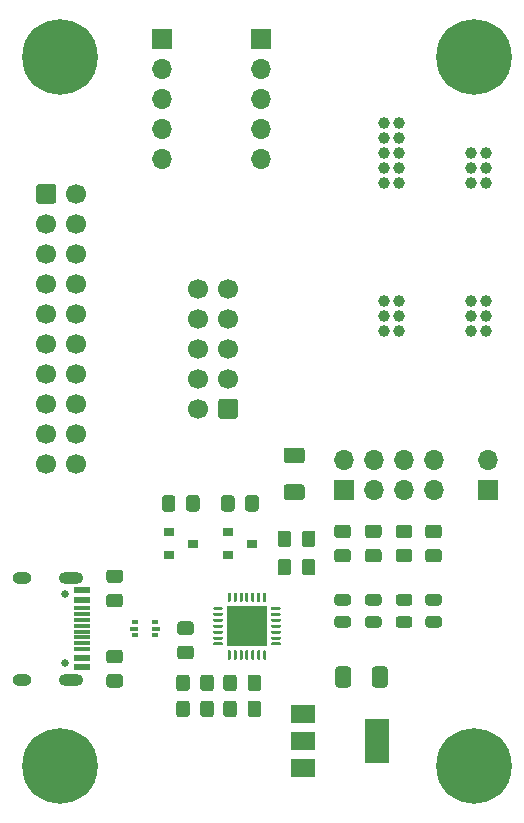
<source format=gts>
G04 #@! TF.GenerationSoftware,KiCad,Pcbnew,(5.1.10)-1*
G04 #@! TF.CreationDate,2021-10-05T03:14:11+03:00*
G04 #@! TF.ProjectId,programming_board,70726f67-7261-46d6-9d69-6e675f626f61,rev?*
G04 #@! TF.SameCoordinates,Original*
G04 #@! TF.FileFunction,Soldermask,Top*
G04 #@! TF.FilePolarity,Negative*
%FSLAX46Y46*%
G04 Gerber Fmt 4.6, Leading zero omitted, Abs format (unit mm)*
G04 Created by KiCad (PCBNEW (5.1.10)-1) date 2021-10-05 03:14:11*
%MOMM*%
%LPD*%
G01*
G04 APERTURE LIST*
%ADD10C,1.000000*%
%ADD11C,1.700000*%
%ADD12R,3.350000X3.350000*%
%ADD13O,1.700000X1.700000*%
%ADD14R,1.700000X1.700000*%
%ADD15R,0.500000X0.375000*%
%ADD16R,0.650000X0.300000*%
%ADD17R,2.000000X1.500000*%
%ADD18R,2.000000X3.800000*%
%ADD19R,0.900000X0.800000*%
%ADD20R,1.450000X0.600000*%
%ADD21R,1.450000X0.300000*%
%ADD22O,2.100000X1.000000*%
%ADD23C,0.650000*%
%ADD24O,1.600000X1.000000*%
%ADD25C,0.800000*%
%ADD26C,6.400000*%
G04 APERTURE END LIST*
D10*
X189400000Y-68660000D03*
X190670000Y-68660000D03*
X189400000Y-69930000D03*
X190670000Y-69930000D03*
X189400000Y-71200000D03*
X190670000Y-71200000D03*
X189400000Y-53620000D03*
X190670000Y-53620000D03*
X189400000Y-54890000D03*
X190670000Y-54890000D03*
X189400000Y-56160000D03*
X190670000Y-56160000D03*
X189400000Y-57430000D03*
X190670000Y-57430000D03*
X189400000Y-58700000D03*
X190670000Y-58700000D03*
X196800000Y-56160000D03*
X198070000Y-56160000D03*
X196800000Y-57430000D03*
X198070000Y-57430000D03*
X196800000Y-58700000D03*
X198070000Y-58700000D03*
D11*
X163340000Y-82460000D03*
X163340000Y-79920000D03*
X163340000Y-77380000D03*
X163340000Y-74840000D03*
X163340000Y-72300000D03*
X163340000Y-69760000D03*
X163340000Y-67220000D03*
X163340000Y-64680000D03*
X163340000Y-62140000D03*
X163340000Y-59600000D03*
X160800000Y-82460000D03*
X160800000Y-79920000D03*
X160800000Y-77380000D03*
X160800000Y-74840000D03*
X160800000Y-72300000D03*
X160800000Y-69760000D03*
X160800000Y-67220000D03*
X160800000Y-64680000D03*
X160800000Y-62140000D03*
G36*
G01*
X159950000Y-60200000D02*
X159950000Y-59000000D01*
G75*
G02*
X160200000Y-58750000I250000J0D01*
G01*
X161400000Y-58750000D01*
G75*
G02*
X161650000Y-59000000I0J-250000D01*
G01*
X161650000Y-60200000D01*
G75*
G02*
X161400000Y-60450000I-250000J0D01*
G01*
X160200000Y-60450000D01*
G75*
G02*
X159950000Y-60200000I0J250000D01*
G01*
G37*
D10*
X196800000Y-68660000D03*
X198070000Y-68660000D03*
X196800000Y-69930000D03*
X198070000Y-69930000D03*
X196800000Y-71200000D03*
X198070000Y-71200000D03*
D12*
X177800000Y-96200000D03*
G36*
G01*
X176175000Y-94087500D02*
X176175000Y-93412500D01*
G75*
G02*
X176237500Y-93350000I62500J0D01*
G01*
X176362500Y-93350000D01*
G75*
G02*
X176425000Y-93412500I0J-62500D01*
G01*
X176425000Y-94087500D01*
G75*
G02*
X176362500Y-94150000I-62500J0D01*
G01*
X176237500Y-94150000D01*
G75*
G02*
X176175000Y-94087500I0J62500D01*
G01*
G37*
G36*
G01*
X176675000Y-94087500D02*
X176675000Y-93412500D01*
G75*
G02*
X176737500Y-93350000I62500J0D01*
G01*
X176862500Y-93350000D01*
G75*
G02*
X176925000Y-93412500I0J-62500D01*
G01*
X176925000Y-94087500D01*
G75*
G02*
X176862500Y-94150000I-62500J0D01*
G01*
X176737500Y-94150000D01*
G75*
G02*
X176675000Y-94087500I0J62500D01*
G01*
G37*
G36*
G01*
X177175000Y-94087500D02*
X177175000Y-93412500D01*
G75*
G02*
X177237500Y-93350000I62500J0D01*
G01*
X177362500Y-93350000D01*
G75*
G02*
X177425000Y-93412500I0J-62500D01*
G01*
X177425000Y-94087500D01*
G75*
G02*
X177362500Y-94150000I-62500J0D01*
G01*
X177237500Y-94150000D01*
G75*
G02*
X177175000Y-94087500I0J62500D01*
G01*
G37*
G36*
G01*
X177675000Y-94087500D02*
X177675000Y-93412500D01*
G75*
G02*
X177737500Y-93350000I62500J0D01*
G01*
X177862500Y-93350000D01*
G75*
G02*
X177925000Y-93412500I0J-62500D01*
G01*
X177925000Y-94087500D01*
G75*
G02*
X177862500Y-94150000I-62500J0D01*
G01*
X177737500Y-94150000D01*
G75*
G02*
X177675000Y-94087500I0J62500D01*
G01*
G37*
G36*
G01*
X178175000Y-94087500D02*
X178175000Y-93412500D01*
G75*
G02*
X178237500Y-93350000I62500J0D01*
G01*
X178362500Y-93350000D01*
G75*
G02*
X178425000Y-93412500I0J-62500D01*
G01*
X178425000Y-94087500D01*
G75*
G02*
X178362500Y-94150000I-62500J0D01*
G01*
X178237500Y-94150000D01*
G75*
G02*
X178175000Y-94087500I0J62500D01*
G01*
G37*
G36*
G01*
X178675000Y-94087500D02*
X178675000Y-93412500D01*
G75*
G02*
X178737500Y-93350000I62500J0D01*
G01*
X178862500Y-93350000D01*
G75*
G02*
X178925000Y-93412500I0J-62500D01*
G01*
X178925000Y-94087500D01*
G75*
G02*
X178862500Y-94150000I-62500J0D01*
G01*
X178737500Y-94150000D01*
G75*
G02*
X178675000Y-94087500I0J62500D01*
G01*
G37*
G36*
G01*
X179175000Y-94087500D02*
X179175000Y-93412500D01*
G75*
G02*
X179237500Y-93350000I62500J0D01*
G01*
X179362500Y-93350000D01*
G75*
G02*
X179425000Y-93412500I0J-62500D01*
G01*
X179425000Y-94087500D01*
G75*
G02*
X179362500Y-94150000I-62500J0D01*
G01*
X179237500Y-94150000D01*
G75*
G02*
X179175000Y-94087500I0J62500D01*
G01*
G37*
G36*
G01*
X179850000Y-94762500D02*
X179850000Y-94637500D01*
G75*
G02*
X179912500Y-94575000I62500J0D01*
G01*
X180587500Y-94575000D01*
G75*
G02*
X180650000Y-94637500I0J-62500D01*
G01*
X180650000Y-94762500D01*
G75*
G02*
X180587500Y-94825000I-62500J0D01*
G01*
X179912500Y-94825000D01*
G75*
G02*
X179850000Y-94762500I0J62500D01*
G01*
G37*
G36*
G01*
X179850000Y-95262500D02*
X179850000Y-95137500D01*
G75*
G02*
X179912500Y-95075000I62500J0D01*
G01*
X180587500Y-95075000D01*
G75*
G02*
X180650000Y-95137500I0J-62500D01*
G01*
X180650000Y-95262500D01*
G75*
G02*
X180587500Y-95325000I-62500J0D01*
G01*
X179912500Y-95325000D01*
G75*
G02*
X179850000Y-95262500I0J62500D01*
G01*
G37*
G36*
G01*
X179850000Y-95762500D02*
X179850000Y-95637500D01*
G75*
G02*
X179912500Y-95575000I62500J0D01*
G01*
X180587500Y-95575000D01*
G75*
G02*
X180650000Y-95637500I0J-62500D01*
G01*
X180650000Y-95762500D01*
G75*
G02*
X180587500Y-95825000I-62500J0D01*
G01*
X179912500Y-95825000D01*
G75*
G02*
X179850000Y-95762500I0J62500D01*
G01*
G37*
G36*
G01*
X179850000Y-96262500D02*
X179850000Y-96137500D01*
G75*
G02*
X179912500Y-96075000I62500J0D01*
G01*
X180587500Y-96075000D01*
G75*
G02*
X180650000Y-96137500I0J-62500D01*
G01*
X180650000Y-96262500D01*
G75*
G02*
X180587500Y-96325000I-62500J0D01*
G01*
X179912500Y-96325000D01*
G75*
G02*
X179850000Y-96262500I0J62500D01*
G01*
G37*
G36*
G01*
X179850000Y-96762500D02*
X179850000Y-96637500D01*
G75*
G02*
X179912500Y-96575000I62500J0D01*
G01*
X180587500Y-96575000D01*
G75*
G02*
X180650000Y-96637500I0J-62500D01*
G01*
X180650000Y-96762500D01*
G75*
G02*
X180587500Y-96825000I-62500J0D01*
G01*
X179912500Y-96825000D01*
G75*
G02*
X179850000Y-96762500I0J62500D01*
G01*
G37*
G36*
G01*
X179850000Y-97262500D02*
X179850000Y-97137500D01*
G75*
G02*
X179912500Y-97075000I62500J0D01*
G01*
X180587500Y-97075000D01*
G75*
G02*
X180650000Y-97137500I0J-62500D01*
G01*
X180650000Y-97262500D01*
G75*
G02*
X180587500Y-97325000I-62500J0D01*
G01*
X179912500Y-97325000D01*
G75*
G02*
X179850000Y-97262500I0J62500D01*
G01*
G37*
G36*
G01*
X179850000Y-97762500D02*
X179850000Y-97637500D01*
G75*
G02*
X179912500Y-97575000I62500J0D01*
G01*
X180587500Y-97575000D01*
G75*
G02*
X180650000Y-97637500I0J-62500D01*
G01*
X180650000Y-97762500D01*
G75*
G02*
X180587500Y-97825000I-62500J0D01*
G01*
X179912500Y-97825000D01*
G75*
G02*
X179850000Y-97762500I0J62500D01*
G01*
G37*
G36*
G01*
X179175000Y-98987500D02*
X179175000Y-98312500D01*
G75*
G02*
X179237500Y-98250000I62500J0D01*
G01*
X179362500Y-98250000D01*
G75*
G02*
X179425000Y-98312500I0J-62500D01*
G01*
X179425000Y-98987500D01*
G75*
G02*
X179362500Y-99050000I-62500J0D01*
G01*
X179237500Y-99050000D01*
G75*
G02*
X179175000Y-98987500I0J62500D01*
G01*
G37*
G36*
G01*
X178675000Y-98987500D02*
X178675000Y-98312500D01*
G75*
G02*
X178737500Y-98250000I62500J0D01*
G01*
X178862500Y-98250000D01*
G75*
G02*
X178925000Y-98312500I0J-62500D01*
G01*
X178925000Y-98987500D01*
G75*
G02*
X178862500Y-99050000I-62500J0D01*
G01*
X178737500Y-99050000D01*
G75*
G02*
X178675000Y-98987500I0J62500D01*
G01*
G37*
G36*
G01*
X178175000Y-98987500D02*
X178175000Y-98312500D01*
G75*
G02*
X178237500Y-98250000I62500J0D01*
G01*
X178362500Y-98250000D01*
G75*
G02*
X178425000Y-98312500I0J-62500D01*
G01*
X178425000Y-98987500D01*
G75*
G02*
X178362500Y-99050000I-62500J0D01*
G01*
X178237500Y-99050000D01*
G75*
G02*
X178175000Y-98987500I0J62500D01*
G01*
G37*
G36*
G01*
X177675000Y-98987500D02*
X177675000Y-98312500D01*
G75*
G02*
X177737500Y-98250000I62500J0D01*
G01*
X177862500Y-98250000D01*
G75*
G02*
X177925000Y-98312500I0J-62500D01*
G01*
X177925000Y-98987500D01*
G75*
G02*
X177862500Y-99050000I-62500J0D01*
G01*
X177737500Y-99050000D01*
G75*
G02*
X177675000Y-98987500I0J62500D01*
G01*
G37*
G36*
G01*
X177175000Y-98987500D02*
X177175000Y-98312500D01*
G75*
G02*
X177237500Y-98250000I62500J0D01*
G01*
X177362500Y-98250000D01*
G75*
G02*
X177425000Y-98312500I0J-62500D01*
G01*
X177425000Y-98987500D01*
G75*
G02*
X177362500Y-99050000I-62500J0D01*
G01*
X177237500Y-99050000D01*
G75*
G02*
X177175000Y-98987500I0J62500D01*
G01*
G37*
G36*
G01*
X176675000Y-98987500D02*
X176675000Y-98312500D01*
G75*
G02*
X176737500Y-98250000I62500J0D01*
G01*
X176862500Y-98250000D01*
G75*
G02*
X176925000Y-98312500I0J-62500D01*
G01*
X176925000Y-98987500D01*
G75*
G02*
X176862500Y-99050000I-62500J0D01*
G01*
X176737500Y-99050000D01*
G75*
G02*
X176675000Y-98987500I0J62500D01*
G01*
G37*
G36*
G01*
X176175000Y-98987500D02*
X176175000Y-98312500D01*
G75*
G02*
X176237500Y-98250000I62500J0D01*
G01*
X176362500Y-98250000D01*
G75*
G02*
X176425000Y-98312500I0J-62500D01*
G01*
X176425000Y-98987500D01*
G75*
G02*
X176362500Y-99050000I-62500J0D01*
G01*
X176237500Y-99050000D01*
G75*
G02*
X176175000Y-98987500I0J62500D01*
G01*
G37*
G36*
G01*
X174950000Y-97762500D02*
X174950000Y-97637500D01*
G75*
G02*
X175012500Y-97575000I62500J0D01*
G01*
X175687500Y-97575000D01*
G75*
G02*
X175750000Y-97637500I0J-62500D01*
G01*
X175750000Y-97762500D01*
G75*
G02*
X175687500Y-97825000I-62500J0D01*
G01*
X175012500Y-97825000D01*
G75*
G02*
X174950000Y-97762500I0J62500D01*
G01*
G37*
G36*
G01*
X174950000Y-97262500D02*
X174950000Y-97137500D01*
G75*
G02*
X175012500Y-97075000I62500J0D01*
G01*
X175687500Y-97075000D01*
G75*
G02*
X175750000Y-97137500I0J-62500D01*
G01*
X175750000Y-97262500D01*
G75*
G02*
X175687500Y-97325000I-62500J0D01*
G01*
X175012500Y-97325000D01*
G75*
G02*
X174950000Y-97262500I0J62500D01*
G01*
G37*
G36*
G01*
X174950000Y-96762500D02*
X174950000Y-96637500D01*
G75*
G02*
X175012500Y-96575000I62500J0D01*
G01*
X175687500Y-96575000D01*
G75*
G02*
X175750000Y-96637500I0J-62500D01*
G01*
X175750000Y-96762500D01*
G75*
G02*
X175687500Y-96825000I-62500J0D01*
G01*
X175012500Y-96825000D01*
G75*
G02*
X174950000Y-96762500I0J62500D01*
G01*
G37*
G36*
G01*
X174950000Y-96262500D02*
X174950000Y-96137500D01*
G75*
G02*
X175012500Y-96075000I62500J0D01*
G01*
X175687500Y-96075000D01*
G75*
G02*
X175750000Y-96137500I0J-62500D01*
G01*
X175750000Y-96262500D01*
G75*
G02*
X175687500Y-96325000I-62500J0D01*
G01*
X175012500Y-96325000D01*
G75*
G02*
X174950000Y-96262500I0J62500D01*
G01*
G37*
G36*
G01*
X174950000Y-95762500D02*
X174950000Y-95637500D01*
G75*
G02*
X175012500Y-95575000I62500J0D01*
G01*
X175687500Y-95575000D01*
G75*
G02*
X175750000Y-95637500I0J-62500D01*
G01*
X175750000Y-95762500D01*
G75*
G02*
X175687500Y-95825000I-62500J0D01*
G01*
X175012500Y-95825000D01*
G75*
G02*
X174950000Y-95762500I0J62500D01*
G01*
G37*
G36*
G01*
X174950000Y-95262500D02*
X174950000Y-95137500D01*
G75*
G02*
X175012500Y-95075000I62500J0D01*
G01*
X175687500Y-95075000D01*
G75*
G02*
X175750000Y-95137500I0J-62500D01*
G01*
X175750000Y-95262500D01*
G75*
G02*
X175687500Y-95325000I-62500J0D01*
G01*
X175012500Y-95325000D01*
G75*
G02*
X174950000Y-95262500I0J62500D01*
G01*
G37*
G36*
G01*
X174950000Y-94762500D02*
X174950000Y-94637500D01*
G75*
G02*
X175012500Y-94575000I62500J0D01*
G01*
X175687500Y-94575000D01*
G75*
G02*
X175750000Y-94637500I0J-62500D01*
G01*
X175750000Y-94762500D01*
G75*
G02*
X175687500Y-94825000I-62500J0D01*
G01*
X175012500Y-94825000D01*
G75*
G02*
X174950000Y-94762500I0J62500D01*
G01*
G37*
D13*
X198200000Y-82100000D03*
D14*
X198200000Y-84640000D03*
D15*
X170050000Y-95862500D03*
X170050000Y-96937500D03*
D16*
X168275000Y-96400000D03*
X170125000Y-96400000D03*
D15*
X168350000Y-96937500D03*
X168350000Y-95862500D03*
D17*
X182550000Y-103600000D03*
X182550000Y-108200000D03*
X182550000Y-105900000D03*
D18*
X188850000Y-105900000D03*
G36*
G01*
X167050001Y-99350000D02*
X166149999Y-99350000D01*
G75*
G02*
X165900000Y-99100001I0J249999D01*
G01*
X165900000Y-98449999D01*
G75*
G02*
X166149999Y-98200000I249999J0D01*
G01*
X167050001Y-98200000D01*
G75*
G02*
X167300000Y-98449999I0J-249999D01*
G01*
X167300000Y-99100001D01*
G75*
G02*
X167050001Y-99350000I-249999J0D01*
G01*
G37*
G36*
G01*
X167050001Y-101400000D02*
X166149999Y-101400000D01*
G75*
G02*
X165900000Y-101150001I0J249999D01*
G01*
X165900000Y-100499999D01*
G75*
G02*
X166149999Y-100250000I249999J0D01*
G01*
X167050001Y-100250000D01*
G75*
G02*
X167300000Y-100499999I0J-249999D01*
G01*
X167300000Y-101150001D01*
G75*
G02*
X167050001Y-101400000I-249999J0D01*
G01*
G37*
G36*
G01*
X172650000Y-86250001D02*
X172650000Y-85349999D01*
G75*
G02*
X172899999Y-85100000I249999J0D01*
G01*
X173550001Y-85100000D01*
G75*
G02*
X173800000Y-85349999I0J-249999D01*
G01*
X173800000Y-86250001D01*
G75*
G02*
X173550001Y-86500000I-249999J0D01*
G01*
X172899999Y-86500000D01*
G75*
G02*
X172650000Y-86250001I0J249999D01*
G01*
G37*
G36*
G01*
X170600000Y-86250001D02*
X170600000Y-85349999D01*
G75*
G02*
X170849999Y-85100000I249999J0D01*
G01*
X171500001Y-85100000D01*
G75*
G02*
X171750000Y-85349999I0J-249999D01*
G01*
X171750000Y-86250001D01*
G75*
G02*
X171500001Y-86500000I-249999J0D01*
G01*
X170849999Y-86500000D01*
G75*
G02*
X170600000Y-86250001I0J249999D01*
G01*
G37*
G36*
G01*
X166149999Y-93450000D02*
X167050001Y-93450000D01*
G75*
G02*
X167300000Y-93699999I0J-249999D01*
G01*
X167300000Y-94350001D01*
G75*
G02*
X167050001Y-94600000I-249999J0D01*
G01*
X166149999Y-94600000D01*
G75*
G02*
X165900000Y-94350001I0J249999D01*
G01*
X165900000Y-93699999D01*
G75*
G02*
X166149999Y-93450000I249999J0D01*
G01*
G37*
G36*
G01*
X166149999Y-91400000D02*
X167050001Y-91400000D01*
G75*
G02*
X167300000Y-91649999I0J-249999D01*
G01*
X167300000Y-92300001D01*
G75*
G02*
X167050001Y-92550000I-249999J0D01*
G01*
X166149999Y-92550000D01*
G75*
G02*
X165900000Y-92300001I0J249999D01*
G01*
X165900000Y-91649999D01*
G75*
G02*
X166149999Y-91400000I249999J0D01*
G01*
G37*
G36*
G01*
X177650000Y-86250001D02*
X177650000Y-85349999D01*
G75*
G02*
X177899999Y-85100000I249999J0D01*
G01*
X178550001Y-85100000D01*
G75*
G02*
X178800000Y-85349999I0J-249999D01*
G01*
X178800000Y-86250001D01*
G75*
G02*
X178550001Y-86500000I-249999J0D01*
G01*
X177899999Y-86500000D01*
G75*
G02*
X177650000Y-86250001I0J249999D01*
G01*
G37*
G36*
G01*
X175600000Y-86250001D02*
X175600000Y-85349999D01*
G75*
G02*
X175849999Y-85100000I249999J0D01*
G01*
X176500001Y-85100000D01*
G75*
G02*
X176750000Y-85349999I0J-249999D01*
G01*
X176750000Y-86250001D01*
G75*
G02*
X176500001Y-86500000I-249999J0D01*
G01*
X175849999Y-86500000D01*
G75*
G02*
X175600000Y-86250001I0J249999D01*
G01*
G37*
G36*
G01*
X176950000Y-100549999D02*
X176950000Y-101450001D01*
G75*
G02*
X176700001Y-101700000I-249999J0D01*
G01*
X176049999Y-101700000D01*
G75*
G02*
X175800000Y-101450001I0J249999D01*
G01*
X175800000Y-100549999D01*
G75*
G02*
X176049999Y-100300000I249999J0D01*
G01*
X176700001Y-100300000D01*
G75*
G02*
X176950000Y-100549999I0J-249999D01*
G01*
G37*
G36*
G01*
X179000000Y-100549999D02*
X179000000Y-101450001D01*
G75*
G02*
X178750001Y-101700000I-249999J0D01*
G01*
X178099999Y-101700000D01*
G75*
G02*
X177850000Y-101450001I0J249999D01*
G01*
X177850000Y-100549999D01*
G75*
G02*
X178099999Y-100300000I249999J0D01*
G01*
X178750001Y-100300000D01*
G75*
G02*
X179000000Y-100549999I0J-249999D01*
G01*
G37*
G36*
G01*
X182450000Y-91650001D02*
X182450000Y-90749999D01*
G75*
G02*
X182699999Y-90500000I249999J0D01*
G01*
X183350001Y-90500000D01*
G75*
G02*
X183600000Y-90749999I0J-249999D01*
G01*
X183600000Y-91650001D01*
G75*
G02*
X183350001Y-91900000I-249999J0D01*
G01*
X182699999Y-91900000D01*
G75*
G02*
X182450000Y-91650001I0J249999D01*
G01*
G37*
G36*
G01*
X180400000Y-91650001D02*
X180400000Y-90749999D01*
G75*
G02*
X180649999Y-90500000I249999J0D01*
G01*
X181300001Y-90500000D01*
G75*
G02*
X181550000Y-90749999I0J-249999D01*
G01*
X181550000Y-91650001D01*
G75*
G02*
X181300001Y-91900000I-249999J0D01*
G01*
X180649999Y-91900000D01*
G75*
G02*
X180400000Y-91650001I0J249999D01*
G01*
G37*
G36*
G01*
X177850000Y-103650001D02*
X177850000Y-102749999D01*
G75*
G02*
X178099999Y-102500000I249999J0D01*
G01*
X178750001Y-102500000D01*
G75*
G02*
X179000000Y-102749999I0J-249999D01*
G01*
X179000000Y-103650001D01*
G75*
G02*
X178750001Y-103900000I-249999J0D01*
G01*
X178099999Y-103900000D01*
G75*
G02*
X177850000Y-103650001I0J249999D01*
G01*
G37*
G36*
G01*
X175800000Y-103650001D02*
X175800000Y-102749999D01*
G75*
G02*
X176049999Y-102500000I249999J0D01*
G01*
X176700001Y-102500000D01*
G75*
G02*
X176950000Y-102749999I0J-249999D01*
G01*
X176950000Y-103650001D01*
G75*
G02*
X176700001Y-103900000I-249999J0D01*
G01*
X176049999Y-103900000D01*
G75*
G02*
X175800000Y-103650001I0J249999D01*
G01*
G37*
G36*
G01*
X193149999Y-89650000D02*
X194050001Y-89650000D01*
G75*
G02*
X194300000Y-89899999I0J-249999D01*
G01*
X194300000Y-90550001D01*
G75*
G02*
X194050001Y-90800000I-249999J0D01*
G01*
X193149999Y-90800000D01*
G75*
G02*
X192900000Y-90550001I0J249999D01*
G01*
X192900000Y-89899999D01*
G75*
G02*
X193149999Y-89650000I249999J0D01*
G01*
G37*
G36*
G01*
X193149999Y-87600000D02*
X194050001Y-87600000D01*
G75*
G02*
X194300000Y-87849999I0J-249999D01*
G01*
X194300000Y-88500001D01*
G75*
G02*
X194050001Y-88750000I-249999J0D01*
G01*
X193149999Y-88750000D01*
G75*
G02*
X192900000Y-88500001I0J249999D01*
G01*
X192900000Y-87849999D01*
G75*
G02*
X193149999Y-87600000I249999J0D01*
G01*
G37*
G36*
G01*
X190649999Y-89650000D02*
X191550001Y-89650000D01*
G75*
G02*
X191800000Y-89899999I0J-249999D01*
G01*
X191800000Y-90550001D01*
G75*
G02*
X191550001Y-90800000I-249999J0D01*
G01*
X190649999Y-90800000D01*
G75*
G02*
X190400000Y-90550001I0J249999D01*
G01*
X190400000Y-89899999D01*
G75*
G02*
X190649999Y-89650000I249999J0D01*
G01*
G37*
G36*
G01*
X190649999Y-87600000D02*
X191550001Y-87600000D01*
G75*
G02*
X191800000Y-87849999I0J-249999D01*
G01*
X191800000Y-88500001D01*
G75*
G02*
X191550001Y-88750000I-249999J0D01*
G01*
X190649999Y-88750000D01*
G75*
G02*
X190400000Y-88500001I0J249999D01*
G01*
X190400000Y-87849999D01*
G75*
G02*
X190649999Y-87600000I249999J0D01*
G01*
G37*
G36*
G01*
X188049999Y-89650000D02*
X188950001Y-89650000D01*
G75*
G02*
X189200000Y-89899999I0J-249999D01*
G01*
X189200000Y-90550001D01*
G75*
G02*
X188950001Y-90800000I-249999J0D01*
G01*
X188049999Y-90800000D01*
G75*
G02*
X187800000Y-90550001I0J249999D01*
G01*
X187800000Y-89899999D01*
G75*
G02*
X188049999Y-89650000I249999J0D01*
G01*
G37*
G36*
G01*
X188049999Y-87600000D02*
X188950001Y-87600000D01*
G75*
G02*
X189200000Y-87849999I0J-249999D01*
G01*
X189200000Y-88500001D01*
G75*
G02*
X188950001Y-88750000I-249999J0D01*
G01*
X188049999Y-88750000D01*
G75*
G02*
X187800000Y-88500001I0J249999D01*
G01*
X187800000Y-87849999D01*
G75*
G02*
X188049999Y-87600000I249999J0D01*
G01*
G37*
G36*
G01*
X185449999Y-89650000D02*
X186350001Y-89650000D01*
G75*
G02*
X186600000Y-89899999I0J-249999D01*
G01*
X186600000Y-90550001D01*
G75*
G02*
X186350001Y-90800000I-249999J0D01*
G01*
X185449999Y-90800000D01*
G75*
G02*
X185200000Y-90550001I0J249999D01*
G01*
X185200000Y-89899999D01*
G75*
G02*
X185449999Y-89650000I249999J0D01*
G01*
G37*
G36*
G01*
X185449999Y-87600000D02*
X186350001Y-87600000D01*
G75*
G02*
X186600000Y-87849999I0J-249999D01*
G01*
X186600000Y-88500001D01*
G75*
G02*
X186350001Y-88750000I-249999J0D01*
G01*
X185449999Y-88750000D01*
G75*
G02*
X185200000Y-88500001I0J249999D01*
G01*
X185200000Y-87849999D01*
G75*
G02*
X185449999Y-87600000I249999J0D01*
G01*
G37*
D19*
X173200000Y-89200000D03*
X171200000Y-90150000D03*
X171200000Y-88250000D03*
X178200000Y-89200000D03*
X176200000Y-90150000D03*
X176200000Y-88250000D03*
D20*
X163845000Y-99650000D03*
X163845000Y-98850000D03*
X163845000Y-93950000D03*
X163845000Y-93150000D03*
X163845000Y-93150000D03*
X163845000Y-93950000D03*
X163845000Y-98850000D03*
X163845000Y-99650000D03*
D21*
X163845000Y-94650000D03*
X163845000Y-95150000D03*
X163845000Y-95650000D03*
X163845000Y-96650000D03*
X163845000Y-97150000D03*
X163845000Y-97650000D03*
X163845000Y-98150000D03*
X163845000Y-96150000D03*
D22*
X162930000Y-100720000D03*
X162930000Y-92080000D03*
D23*
X162400000Y-93510000D03*
D24*
X158750000Y-92080000D03*
D23*
X162400000Y-99290000D03*
D24*
X158750000Y-100720000D03*
D13*
X179000000Y-56660000D03*
X179000000Y-54120000D03*
X179000000Y-51580000D03*
X179000000Y-49040000D03*
D14*
X179000000Y-46500000D03*
D13*
X170600000Y-56660000D03*
X170600000Y-54120000D03*
X170600000Y-51580000D03*
X170600000Y-49040000D03*
D14*
X170600000Y-46500000D03*
D11*
X173660000Y-67640000D03*
X173660000Y-70180000D03*
X173660000Y-72720000D03*
X173660000Y-75260000D03*
X173660000Y-77800000D03*
X176200000Y-67640000D03*
X176200000Y-70180000D03*
X176200000Y-72720000D03*
X176200000Y-75260000D03*
G36*
G01*
X177050000Y-77200000D02*
X177050000Y-78400000D01*
G75*
G02*
X176800000Y-78650000I-250000J0D01*
G01*
X175600000Y-78650000D01*
G75*
G02*
X175350000Y-78400000I0J250000D01*
G01*
X175350000Y-77200000D01*
G75*
G02*
X175600000Y-76950000I250000J0D01*
G01*
X176800000Y-76950000D01*
G75*
G02*
X177050000Y-77200000I0J-250000D01*
G01*
G37*
D13*
X193620000Y-82160000D03*
X193620000Y-84700000D03*
X191080000Y-82160000D03*
X191080000Y-84700000D03*
X188540000Y-82160000D03*
X188540000Y-84700000D03*
X186000000Y-82160000D03*
D14*
X186000000Y-84700000D03*
D25*
X195302944Y-106302944D03*
X194600000Y-108000000D03*
X195302944Y-109697056D03*
X197000000Y-110400000D03*
X198697056Y-109697056D03*
X199400000Y-108000000D03*
X198697056Y-106302944D03*
X197000000Y-105600000D03*
D26*
X197000000Y-108000000D03*
D25*
X198697056Y-46302944D03*
X197000000Y-45600000D03*
X195302944Y-46302944D03*
X194600000Y-48000000D03*
X195302944Y-49697056D03*
X197000000Y-50400000D03*
X198697056Y-49697056D03*
X199400000Y-48000000D03*
D26*
X197000000Y-48000000D03*
D25*
X160302944Y-106302944D03*
X159600000Y-108000000D03*
X160302944Y-109697056D03*
X162000000Y-110400000D03*
X163697056Y-109697056D03*
X164400000Y-108000000D03*
X163697056Y-106302944D03*
X162000000Y-105600000D03*
D26*
X162000000Y-108000000D03*
D25*
X163697056Y-46302944D03*
X162000000Y-45600000D03*
X160302944Y-46302944D03*
X159600000Y-48000000D03*
X160302944Y-49697056D03*
X162000000Y-50400000D03*
X163697056Y-49697056D03*
X164400000Y-48000000D03*
D26*
X162000000Y-48000000D03*
G36*
G01*
X194056250Y-94450000D02*
X193143750Y-94450000D01*
G75*
G02*
X192900000Y-94206250I0J243750D01*
G01*
X192900000Y-93718750D01*
G75*
G02*
X193143750Y-93475000I243750J0D01*
G01*
X194056250Y-93475000D01*
G75*
G02*
X194300000Y-93718750I0J-243750D01*
G01*
X194300000Y-94206250D01*
G75*
G02*
X194056250Y-94450000I-243750J0D01*
G01*
G37*
G36*
G01*
X194056250Y-96325000D02*
X193143750Y-96325000D01*
G75*
G02*
X192900000Y-96081250I0J243750D01*
G01*
X192900000Y-95593750D01*
G75*
G02*
X193143750Y-95350000I243750J0D01*
G01*
X194056250Y-95350000D01*
G75*
G02*
X194300000Y-95593750I0J-243750D01*
G01*
X194300000Y-96081250D01*
G75*
G02*
X194056250Y-96325000I-243750J0D01*
G01*
G37*
G36*
G01*
X191556250Y-94450000D02*
X190643750Y-94450000D01*
G75*
G02*
X190400000Y-94206250I0J243750D01*
G01*
X190400000Y-93718750D01*
G75*
G02*
X190643750Y-93475000I243750J0D01*
G01*
X191556250Y-93475000D01*
G75*
G02*
X191800000Y-93718750I0J-243750D01*
G01*
X191800000Y-94206250D01*
G75*
G02*
X191556250Y-94450000I-243750J0D01*
G01*
G37*
G36*
G01*
X191556250Y-96325000D02*
X190643750Y-96325000D01*
G75*
G02*
X190400000Y-96081250I0J243750D01*
G01*
X190400000Y-95593750D01*
G75*
G02*
X190643750Y-95350000I243750J0D01*
G01*
X191556250Y-95350000D01*
G75*
G02*
X191800000Y-95593750I0J-243750D01*
G01*
X191800000Y-96081250D01*
G75*
G02*
X191556250Y-96325000I-243750J0D01*
G01*
G37*
G36*
G01*
X188956250Y-94450000D02*
X188043750Y-94450000D01*
G75*
G02*
X187800000Y-94206250I0J243750D01*
G01*
X187800000Y-93718750D01*
G75*
G02*
X188043750Y-93475000I243750J0D01*
G01*
X188956250Y-93475000D01*
G75*
G02*
X189200000Y-93718750I0J-243750D01*
G01*
X189200000Y-94206250D01*
G75*
G02*
X188956250Y-94450000I-243750J0D01*
G01*
G37*
G36*
G01*
X188956250Y-96325000D02*
X188043750Y-96325000D01*
G75*
G02*
X187800000Y-96081250I0J243750D01*
G01*
X187800000Y-95593750D01*
G75*
G02*
X188043750Y-95350000I243750J0D01*
G01*
X188956250Y-95350000D01*
G75*
G02*
X189200000Y-95593750I0J-243750D01*
G01*
X189200000Y-96081250D01*
G75*
G02*
X188956250Y-96325000I-243750J0D01*
G01*
G37*
G36*
G01*
X186356250Y-94450000D02*
X185443750Y-94450000D01*
G75*
G02*
X185200000Y-94206250I0J243750D01*
G01*
X185200000Y-93718750D01*
G75*
G02*
X185443750Y-93475000I243750J0D01*
G01*
X186356250Y-93475000D01*
G75*
G02*
X186600000Y-93718750I0J-243750D01*
G01*
X186600000Y-94206250D01*
G75*
G02*
X186356250Y-94450000I-243750J0D01*
G01*
G37*
G36*
G01*
X186356250Y-96325000D02*
X185443750Y-96325000D01*
G75*
G02*
X185200000Y-96081250I0J243750D01*
G01*
X185200000Y-95593750D01*
G75*
G02*
X185443750Y-95350000I243750J0D01*
G01*
X186356250Y-95350000D01*
G75*
G02*
X186600000Y-95593750I0J-243750D01*
G01*
X186600000Y-96081250D01*
G75*
G02*
X186356250Y-96325000I-243750J0D01*
G01*
G37*
G36*
G01*
X172149999Y-97850000D02*
X173050001Y-97850000D01*
G75*
G02*
X173300000Y-98099999I0J-249999D01*
G01*
X173300000Y-98750001D01*
G75*
G02*
X173050001Y-99000000I-249999J0D01*
G01*
X172149999Y-99000000D01*
G75*
G02*
X171900000Y-98750001I0J249999D01*
G01*
X171900000Y-98099999D01*
G75*
G02*
X172149999Y-97850000I249999J0D01*
G01*
G37*
G36*
G01*
X172149999Y-95800000D02*
X173050001Y-95800000D01*
G75*
G02*
X173300000Y-96049999I0J-249999D01*
G01*
X173300000Y-96700001D01*
G75*
G02*
X173050001Y-96950000I-249999J0D01*
G01*
X172149999Y-96950000D01*
G75*
G02*
X171900000Y-96700001I0J249999D01*
G01*
X171900000Y-96049999D01*
G75*
G02*
X172149999Y-95800000I249999J0D01*
G01*
G37*
G36*
G01*
X182450000Y-89250001D02*
X182450000Y-88349999D01*
G75*
G02*
X182699999Y-88100000I249999J0D01*
G01*
X183350001Y-88100000D01*
G75*
G02*
X183600000Y-88349999I0J-249999D01*
G01*
X183600000Y-89250001D01*
G75*
G02*
X183350001Y-89500000I-249999J0D01*
G01*
X182699999Y-89500000D01*
G75*
G02*
X182450000Y-89250001I0J249999D01*
G01*
G37*
G36*
G01*
X180400000Y-89250001D02*
X180400000Y-88349999D01*
G75*
G02*
X180649999Y-88100000I249999J0D01*
G01*
X181300001Y-88100000D01*
G75*
G02*
X181550000Y-88349999I0J-249999D01*
G01*
X181550000Y-89250001D01*
G75*
G02*
X181300001Y-89500000I-249999J0D01*
G01*
X180649999Y-89500000D01*
G75*
G02*
X180400000Y-89250001I0J249999D01*
G01*
G37*
G36*
G01*
X172950000Y-100549999D02*
X172950000Y-101450001D01*
G75*
G02*
X172700001Y-101700000I-249999J0D01*
G01*
X172049999Y-101700000D01*
G75*
G02*
X171800000Y-101450001I0J249999D01*
G01*
X171800000Y-100549999D01*
G75*
G02*
X172049999Y-100300000I249999J0D01*
G01*
X172700001Y-100300000D01*
G75*
G02*
X172950000Y-100549999I0J-249999D01*
G01*
G37*
G36*
G01*
X175000000Y-100549999D02*
X175000000Y-101450001D01*
G75*
G02*
X174750001Y-101700000I-249999J0D01*
G01*
X174099999Y-101700000D01*
G75*
G02*
X173850000Y-101450001I0J249999D01*
G01*
X173850000Y-100549999D01*
G75*
G02*
X174099999Y-100300000I249999J0D01*
G01*
X174750001Y-100300000D01*
G75*
G02*
X175000000Y-100549999I0J-249999D01*
G01*
G37*
G36*
G01*
X172950000Y-102749999D02*
X172950000Y-103650001D01*
G75*
G02*
X172700001Y-103900000I-249999J0D01*
G01*
X172049999Y-103900000D01*
G75*
G02*
X171800000Y-103650001I0J249999D01*
G01*
X171800000Y-102749999D01*
G75*
G02*
X172049999Y-102500000I249999J0D01*
G01*
X172700001Y-102500000D01*
G75*
G02*
X172950000Y-102749999I0J-249999D01*
G01*
G37*
G36*
G01*
X175000000Y-102749999D02*
X175000000Y-103650001D01*
G75*
G02*
X174750001Y-103900000I-249999J0D01*
G01*
X174099999Y-103900000D01*
G75*
G02*
X173850000Y-103650001I0J249999D01*
G01*
X173850000Y-102749999D01*
G75*
G02*
X174099999Y-102500000I249999J0D01*
G01*
X174750001Y-102500000D01*
G75*
G02*
X175000000Y-102749999I0J-249999D01*
G01*
G37*
G36*
G01*
X186600000Y-99849999D02*
X186600000Y-101150001D01*
G75*
G02*
X186350001Y-101400000I-249999J0D01*
G01*
X185524999Y-101400000D01*
G75*
G02*
X185275000Y-101150001I0J249999D01*
G01*
X185275000Y-99849999D01*
G75*
G02*
X185524999Y-99600000I249999J0D01*
G01*
X186350001Y-99600000D01*
G75*
G02*
X186600000Y-99849999I0J-249999D01*
G01*
G37*
G36*
G01*
X189725000Y-99849999D02*
X189725000Y-101150001D01*
G75*
G02*
X189475001Y-101400000I-249999J0D01*
G01*
X188649999Y-101400000D01*
G75*
G02*
X188400000Y-101150001I0J249999D01*
G01*
X188400000Y-99849999D01*
G75*
G02*
X188649999Y-99600000I249999J0D01*
G01*
X189475001Y-99600000D01*
G75*
G02*
X189725000Y-99849999I0J-249999D01*
G01*
G37*
G36*
G01*
X181149999Y-84200000D02*
X182450001Y-84200000D01*
G75*
G02*
X182700000Y-84449999I0J-249999D01*
G01*
X182700000Y-85275001D01*
G75*
G02*
X182450001Y-85525000I-249999J0D01*
G01*
X181149999Y-85525000D01*
G75*
G02*
X180900000Y-85275001I0J249999D01*
G01*
X180900000Y-84449999D01*
G75*
G02*
X181149999Y-84200000I249999J0D01*
G01*
G37*
G36*
G01*
X181149999Y-81075000D02*
X182450001Y-81075000D01*
G75*
G02*
X182700000Y-81324999I0J-249999D01*
G01*
X182700000Y-82150001D01*
G75*
G02*
X182450001Y-82400000I-249999J0D01*
G01*
X181149999Y-82400000D01*
G75*
G02*
X180900000Y-82150001I0J249999D01*
G01*
X180900000Y-81324999D01*
G75*
G02*
X181149999Y-81075000I249999J0D01*
G01*
G37*
M02*

</source>
